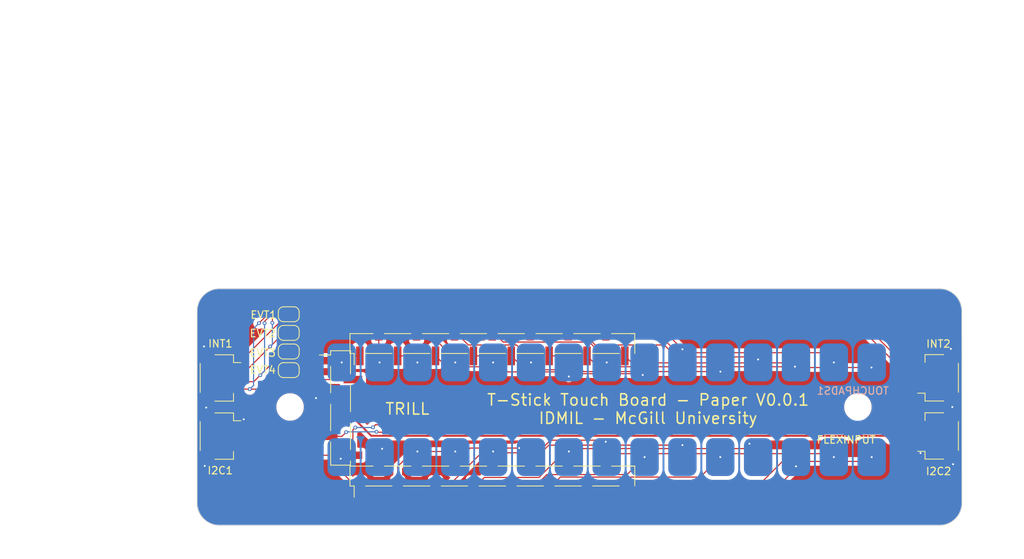
<source format=kicad_pcb>
(kicad_pcb (version 20221018) (generator pcbnew)
  (layers (0 "F.Cu" signal) (31 "B.Cu" signal) (34 "B.Paste" user) (35 "F.Paste" user) (36 "B.SilkS" user "B.Silkscreen") (37 "F.SilkS" user "F.Silkscreen") (38 "B.Mask" user) (39 "F.Mask" user) (44 "Edge.Cuts" user))
  (net 0 "")
  (net 1 "/TOUCH0")
  (net 2 "/TOUCH1")
  (net 3 "/TOUCH2")
  (net 4 "/TOUCH3")
  (net 5 "/TOUCH4")
  (net 6 "/TOUCH5")
  (net 7 "/TOUCH6")
  (net 8 "/TOUCH7")
  (net 9 "/TOUCH8")
  (net 10 "/TOUCH9")
  (net 11 "/TOUCH10")
  (net 12 "/TOUCH11")
  (net 13 "/TOUCH12")
  (net 14 "/TOUCH13")
  (net 15 "/TOUCH14")
  (net 16 "/TOUCH15")
  (net 17 "/TOUCH16")
  (net 18 "/TOUCH17")
  (net 19 "/TOUCH18")
  (net 20 "/TOUCH19")
  (net 21 "/TOUCH20")
  (net 22 "/TOUCH21")
  (net 23 "/TOUCH22")
  (net 24 "/TOUCH23")
  (net 25 "/TOUCH24")
  (net 26 "/TOUCH25")
  (net 27 "/TOUCH26")
  (net 28 "/TOUCH27")
  (net 29 "/TOUCH28")
  (net 30 "/TOUCH29")
  (net 31 "/TRILL_EVT")
  (net 32 "/EVT1")
  (net 33 "/EVT2")
  (net 34 "/EVT3")
  (net 35 "/EVT4")
  (net 36 "GND")
  (net 37 "+3V3")
  (net 38 "/SDA")
  (net 39 "/SCL")
  (footprint "Jumper:SolderJumper-2_P1.3mm_Open_RoundedPad1.0x1.5mm" (layer "F.Cu") (at 117.975 80.8 180)
    (fp_text reference "JP1" hide)
    (fp_text value "SolderJumper_2_Open" hide)
    (fp_line (start -1.4 0.3) (end -1.4 -0.3) (stroke (width 0.12)) (layer "F.SilkS"))
    (fp_line (start -0.7 -1) (end 0.7 -1) (stroke (width 0.12)) (layer "F.SilkS"))
    (fp_line (start 0.7 1) (end -0.7 1) (stroke (width 0.12)) (layer "F.SilkS"))
    (fp_line (start 1.4 -0.3) (end 1.4 0.3) (stroke (width 0.12)) (layer "F.SilkS"))
    (fp_arc (start -1.4 -0.3) (mid -1.194975 -0.794975) (end -0.7 -1) (stroke (width 0.12)) (layer "F.SilkS"))
    (fp_arc (start -0.7 1) (mid -1.194975 0.794975) (end -1.4 0.3) (stroke (width 0.12)) (layer "F.SilkS"))
    (fp_arc (start 0.7 -1) (mid 1.194975 -0.794975) (end 1.4 -0.3) (stroke (width 0.12)) (layer "F.SilkS"))
    (fp_arc (start 1.4 0.3) (mid 1.194975 0.794975) (end 0.7 1) (stroke (width 0.12)) (layer "F.SilkS"))
    (pad "1" smd custom (at -0.65 0 180) (size 1 0.5) (layers "F.Cu" "F.Mask") (net 31 "/TRILL_EVT") (options (clearance outline) (anchor rect)) (primitives (gr_circle (center 0 0.25) (end 0.5 0.25) (width 0) (fill yes)) (gr_circle (center 0 -0.25) (end 0.5 -0.25) (width 0) (fill yes)) (gr_poly (pts (xy 0.5 0.75) (xy 0 0.75) (xy 0 -0.75) (xy 0.5 -0.75)) (width 0) (fill yes))))
    (pad "2" smd custom (at 0.65 0 180) (size 1 0.5) (layers "F.Cu" "F.Mask") (net 32 "/EVT1") (options (clearance outline) (anchor rect)) (primitives (gr_circle (center 0 0.25) (end 0.5 0.25) (width 0) (fill yes)) (gr_circle (center 0 -0.25) (end 0.5 -0.25) (width 0) (fill yes)) (gr_poly (pts (xy 0 0.75) (xy -0.5 0.75) (xy -0.5 -0.75) (xy 0 -0.75)) (width 0) (fill yes))))
  )
  (footprint "Jumper:SolderJumper-2_P1.3mm_Open_RoundedPad1.0x1.5mm" (layer "F.Cu") (at 117.975 83.3 180)
    (fp_text reference "JP2" hide)
    (fp_text value "SolderJumper_2_Open" hide)
    (fp_line (start -1.4 0.3) (end -1.4 -0.3) (stroke (width 0.12)) (layer "F.SilkS"))
    (fp_line (start -0.7 -1) (end 0.7 -1) (stroke (width 0.12)) (layer "F.SilkS"))
    (fp_line (start 0.7 1) (end -0.7 1) (stroke (width 0.12)) (layer "F.SilkS"))
    (fp_line (start 1.4 -0.3) (end 1.4 0.3) (stroke (width 0.12)) (layer "F.SilkS"))
    (fp_arc (start -1.4 -0.3) (mid -1.194975 -0.794975) (end -0.7 -1) (stroke (width 0.12)) (layer "F.SilkS"))
    (fp_arc (start -0.7 1) (mid -1.194975 0.794975) (end -1.4 0.3) (stroke (width 0.12)) (layer "F.SilkS"))
    (fp_arc (start 0.7 -1) (mid 1.194975 -0.794975) (end 1.4 -0.3) (stroke (width 0.12)) (layer "F.SilkS"))
    (fp_arc (start 1.4 0.3) (mid 1.194975 0.794975) (end 0.7 1) (stroke (width 0.12)) (layer "F.SilkS"))
    (pad "1" smd custom (at -0.65 0 180) (size 1 0.5) (layers "F.Cu" "F.Mask") (net 31 "/TRILL_EVT") (options (clearance outline) (anchor rect)) (primitives (gr_circle (center 0 0.25) (end 0.5 0.25) (width 0) (fill yes)) (gr_circle (center 0 -0.25) (end 0.5 -0.25) (width 0) (fill yes)) (gr_poly (pts (xy 0.5 0.75) (xy 0 0.75) (xy 0 -0.75) (xy 0.5 -0.75)) (width 0) (fill yes))))
    (pad "2" smd custom (at 0.65 0 180) (size 1 0.5) (layers "F.Cu" "F.Mask") (net 33 "/EVT2") (options (clearance outline) (anchor rect)) (primitives (gr_circle (center 0 0.25) (end 0.5 0.25) (width 0) (fill yes)) (gr_circle (center 0 -0.25) (end 0.5 -0.25) (width 0) (fill yes)) (gr_poly (pts (xy 0 0.75) (xy -0.5 0.75) (xy -0.5 -0.75) (xy 0 -0.75)) (width 0) (fill yes))))
  )
  (footprint "Connector_PinHeader_2.54mm:PinHeader_1x06_P2.54mm_Vertical_SMD_Pin1Left" (layer "F.Cu") (at 124.925 93.375)
    (fp_text reference "TRILL1" hide)
    (fp_text value "Conn_01x06" hide)
    (fp_line (start -1.33 -7.68) (end -1.33 -7.11) (stroke (width 0.12)) (layer "F.SilkS"))
    (fp_line (start -1.33 -7.68) (end 1.33 -7.68) (stroke (width 0.12)) (layer "F.SilkS"))
    (fp_line (start -1.33 -7.11) (end -2.85 -7.11) (stroke (width 0.12)) (layer "F.SilkS"))
    (fp_line (start -1.33 -5.59) (end -1.33 -2.03) (stroke (width 0.12)) (layer "F.SilkS"))
    (fp_line (start -1.33 -0.51) (end -1.33 3.05) (stroke (width 0.12)) (layer "F.SilkS"))
    (fp_line (start -1.33 4.57) (end -1.33 7.68) (stroke (width 0.12)) (layer "F.SilkS"))
    (fp_line (start -1.33 7.68) (end 1.33 7.68) (stroke (width 0.12)) (layer "F.SilkS"))
    (fp_line (start 1.33 -7.68) (end 1.33 -4.57) (stroke (width 0.12)) (layer "F.SilkS"))
    (fp_line (start 1.33 -3.05) (end 1.33 0.51) (stroke (width 0.12)) (layer "F.SilkS"))
    (fp_line (start 1.33 2.03) (end 1.33 5.59) (stroke (width 0.12)) (layer "F.SilkS"))
    (fp_line (start 1.33 7.11) (end 1.33 7.68) (stroke (width 0.12)) (layer "F.SilkS"))
    (pad "1" smd rect (at -1.655 -6.35) (size 2.51 1) (layers "F.Cu" "F.Paste" "F.Mask"))
    (pad "2" smd rect (at 1.655 -3.81) (size 2.51 1) (layers "F.Cu" "F.Paste" "F.Mask") (net 31 "/TRILL_EVT"))
    (pad "3" smd rect (at -1.655 -1.27) (size 2.51 1) (layers "F.Cu" "F.Paste" "F.Mask") (net 36 "GND"))
    (pad "4" smd rect (at 1.655 1.27) (size 2.51 1) (layers "F.Cu" "F.Paste" "F.Mask") (net 37 "+3V3"))
    (pad "5" smd rect (at -1.655 3.81) (size 2.51 1) (layers "F.Cu" "F.Paste" "F.Mask") (net 38 "/SDA"))
    (pad "6" smd rect (at 1.655 6.35) (size 2.51 1) (layers "F.Cu" "F.Paste" "F.Mask") (net 39 "/SCL"))
  )
  (footprint "Connector_JST:JST_SH_SM04B-SRSS-TB_1x04-1MP_P1.00mm_Horizontal" (layer "F.Cu") (at 205.1446 89.3326 90)
    (fp_text reference "INT2" (at 4.5576 0.0054 180) (layer "F.SilkS"))
    (fp_text value "Conn_01x04")
    (fp_line (start -3.11 -1.785) (end -2.06 -1.785) (stroke (width 0.12)) (layer "F.SilkS"))
    (fp_line (start -3.11 0.715) (end -3.11 -1.785) (stroke (width 0.12)) (layer "F.SilkS"))
    (fp_line (start -2.06 -1.785) (end -2.06 -2.775) (stroke (width 0.12)) (layer "F.SilkS"))
    (fp_line (start -1.94 2.685) (end 1.94 2.685) (stroke (width 0.12)) (layer "F.SilkS"))
    (fp_line (start 3.11 -1.785) (end 2.06 -1.785) (stroke (width 0.12)) (layer "F.SilkS"))
    (fp_line (start 3.11 0.715) (end 3.11 -1.785) (stroke (width 0.12)) (layer "F.SilkS"))
    (pad "1" smd roundrect (at -1.5 -2 90) (size 0.6 1.55) (layers "F.Cu" "F.Paste" "F.Mask") (net 32 "/EVT1"))
    (pad "2" smd roundrect (at -0.5 -2 90) (size 0.6 1.55) (layers "F.Cu" "F.Paste" "F.Mask") (net 33 "/EVT2"))
    (pad "3" smd roundrect (at 0.5 -2 90) (size 0.6 1.55) (layers "F.Cu" "F.Paste" "F.Mask") (net 34 "/EVT3"))
    (pad "4" smd roundrect (at 1.5 -2 90) (size 0.6 1.55) (layers "F.Cu" "F.Paste" "F.Mask") (net 35 "/EVT4"))
    (pad "MP" smd roundrect (at -2.8 1.875 90) (size 1.2 1.8) (layers "F.Cu" "F.Paste" "F.Mask") (roundrect_rratio 0.2083333333) (net 36 "GND"))
    (pad "MP" smd roundrect (at 2.8 1.875 90) (size 1.2 1.8) (layers "F.Cu" "F.Paste" "F.Mask") (roundrect_rratio 0.2083333333) (net 36 "GND"))
  )
  (footprint "Connector_JST:JST_SH_SM04B-SRSS-TB_1x04-1MP_P1.00mm_Horizontal" (layer "F.Cu") (at 108.775 89.35 -90)
    (fp_text reference "INT1" (at -4.6 -0.025) (layer "F.SilkS"))
    (fp_text value "Conn_01x04")
    (fp_line (start -3.11 -1.785) (end -2.06 -1.785) (stroke (width 0.12)) (layer "F.SilkS"))
    (fp_line (start -3.11 0.715) (end -3.11 -1.785) (stroke (width 0.12)) (layer "F.SilkS"))
    (fp_line (start -2.06 -1.785) (end -2.06 -2.775) (stroke (width 0.12)) (layer "F.SilkS"))
    (fp_line (start -1.94 2.685) (end 1.94 2.685) (stroke (width 0.12)) (layer "F.SilkS"))
    (fp_line (start 3.11 -1.785) (end 2.06 -1.785) (stroke (width 0.12)) (layer "F.SilkS"))
    (fp_line (start 3.11 0.715) (end 3.11 -1.785) (stroke (width 0.12)) (layer "F.SilkS"))
    (pad "1" smd roundrect (at -1.5 -2 270) (size 0.6 1.55) (layers "F.Cu" "F.Paste" "F.Mask") (net 32 "/EVT1"))
    (pad "2" smd roundrect (at -0.5 -2 270) (size 0.6 1.55) (layers "F.Cu" "F.Paste" "F.Mask") (net 33 "/EVT2"))
    (pad "3" smd roundrect (at 0.5 -2 270) (size 0.6 1.55) (layers "F.Cu" "F.Paste" "F.Mask") (net 34 "/EVT3"))
    (pad "4" smd roundrect (at 1.5 -2 270) (size 0.6 1.55) (layers "F.Cu" "F.Paste" "F.Mask") (net 35 "/EVT4"))
    (pad "MP" smd roundrect (at -2.8 1.875 270) (size 1.2 1.8) (layers "F.Cu" "F.Paste" "F.Mask") (roundrect_rratio 0.2083333333) (net 36 "GND"))
    (pad "MP" smd roundrect (at 2.8 1.875 270) (size 1.2 1.8) (layers "F.Cu" "F.Paste" "F.Mask") (roundrect_rratio 0.2083333333) (net 36 "GND"))
  )
  (footprint "MountingHole:MountingHole_3.2mm_M3_DIN965" (layer "F.Cu") (at 118.15 93.2446)
    (fp_text reference "H1" hide)
    (fp_text value "MountingHole")
    (pad "" np_thru_hole circle (at 0 0) (size 3.2 3.2) (drill 3.2) (layers "*.Cu" "*.Mask"))
  )
  (footprint "Connector_PinHeader_2.54mm:PinHeader_1x15_P2.54mm_Vertical_SMD_Pin1Left" (layer "F.Cu") (at 145.295 102.51 90)
    (fp_text reference "TOUCH1" hide)
    (fp_text value "Conn_01x15" hide)
    (fp_line (start -1.33 -19.11) (end -1.33 -18.54) (stroke (width 0.12)) (layer "F.SilkS"))
    (fp_line (start -1.33 -19.11) (end 1.33 -19.11) (stroke (width 0.12)) (layer "F.SilkS"))
    (fp_line (start -1.33 -18.54) (end -2.85 -18.54) (stroke (width 0.12)) (layer "F.SilkS"))
    (fp_line (start -1.33 -17.02) (end -1.33 -13.46) (stroke (width 0.12)) (layer "F.SilkS"))
    (fp_line (start -1.33 -11.94) (end -1.33 -8.38) (stroke (width 0.12)) (layer "F.SilkS"))
    (fp_line (start -1.33 -6.86) (end -1.33 -3.3) (stroke (width 0.12)) (layer "F.SilkS"))
    (fp_line (start -1.33 -1.78) (end -1.33 1.78) (stroke (width 0.12)) (layer "F.SilkS"))
    (fp_line (start -1.33 3.3) (end -1.33 6.86) (stroke (width 0.12)) (layer "F.SilkS"))
    (fp_line (start -1.33 8.38) (end -1.33 11.94) (stroke (width 0.12)) (layer "F.SilkS"))
    (fp_line (start -1.33 13.46) (end -1.33 17.02) (stroke (width 0.12)) (layer "F.SilkS"))
    (fp_line (start -1.33 19.11) (end 1.33 19.11) (stroke (width 0.12)) (layer "F.SilkS"))
    (fp_line (start 1.33 -19.11) (end 1.33 -16) (stroke (width 0.12)) (layer "F.SilkS"))
    (fp_line (start 1.33 -14.48) (end 1.33 -10.92) (stroke (width 0.12)) (layer "F.SilkS"))
    (fp_line (start 1.33 -9.4) (end 1.33 -5.84) (stroke (width 0.12)) (layer "F.SilkS"))
    (fp_line (start 1.33 -4.32) (end 1.33 -0.76) (stroke (width 0.12)) (layer "F.SilkS"))
    (fp_line (start 1.33 0.76) (end 1.33 4.32) (stroke (width 0.12)) (layer "F.SilkS"))
    (fp_line (start 1.33 5.84) (end 1.33 9.4) (stroke (width 0.12)) (layer "F.SilkS"))
    (fp_line (start 1.33 10.92) (end 1.33 14.48) (stroke (width 0.12)) (layer "F.SilkS"))
    (fp_line (start 1.33 16) (end 1.33 19.11) (stroke (width 0.12)) (layer "F.SilkS"))
    (fp_line (start 1.33 18.54) (end 1.33 19.11) (stroke (width 0.12)) (layer "F.SilkS"))
    (pad "1" smd rect (at -1.655 -17.78 90) (size 2.51 1) (layers "F.Cu" "F.Paste" "F.Mask") (net 1 "/TOUCH0"))
    (pad "2" smd rect (at 1.655 -15.24 90) (size 2.51 1) (layers "F.Cu" "F.Paste" "F.Mask") (net 2 "/TOUCH1"))
    (pad "3" smd rect (at -1.655 -12.7 90) (size 2.51 1) (layers "F.Cu" "F.Paste" "F.Mask") (net 3 "/TOUCH2"))
    (pad "4" smd rect (at 1.655 -10.16 90) (size 2.51 1) (layers "F.Cu" "F.Paste" "F.Mask") (net 4 "/TOUCH3"))
    (pad "5" smd rect (at -1.655 -7.62 90) (size 2.51 1) (layers "F.Cu" "F.Paste" "F.Mask") (net 5 "/TOUCH4"))
    (pad "6" smd rect (at 1.655 -5.08 90) (size 2.51 1) (layers "F.Cu" "F.Paste" "F.Mask") (net 6 "/TOUCH5"))
    (pad "7" smd rect (at -1.655 -2.54 90) (size 2.51 1) (layers "F.Cu" "F.Paste" "F.Mask") (net 7 "/TOUCH6"))
    (pad "8" smd rect (at 1.655 0 90) (size 2.51 1) (layers "F.Cu" "F.Paste" "F.Mask") (net 8 "/TOUCH7"))
    (pad "9" smd rect (at -1.655 2.54 90) (size 2.51 1) (layers "F.Cu" "F.Paste" "F.Mask") (net 9 "/TOUCH8"))
    (pad "10" smd rect (at 1.655 5.08 90) (size 2.51 1) (layers "F.Cu" "F.Paste" "F.Mask") (net 10 "/TOUCH9"))
    (pad "11" smd rect (at -1.655 7.62 90) (size 2.51 1) (layers "F.Cu" "F.Paste" "F.Mask") (net 11 "/TOUCH10"))
    (pad "12" smd rect (at 1.655 10.16 90) (size 2.51 1) (layers "F.Cu" "F.Paste" "F.Mask") (net 12 "/TOUCH11"))
    (pad "13" smd rect (at -1.655 12.7 90) (size 2.51 1) (layers "F.Cu" "F.Paste" "F.Mask") (net 13 "/TOUCH12"))
    (pad "14" smd rect (at 1.655 15.24 90) (size 2.51 1) (layers "F.Cu" "F.Paste" "F.Mask") (net 14 "/TOUCH13"))
    (pad "15" smd rect (at -1.655 17.78 90) (size 2.51 1) (layers "F.Cu" "F.Paste" "F.Mask") (net 15 "/TOUCH14"))
  )
  (footprint "Jumper:SolderJumper-2_P1.3mm_Open_RoundedPad1.0x1.5mm" (layer "F.Cu") (at 117.975 85.8 180)
    (fp_text reference "JP3" hide)
    (fp_text value "SolderJumper_2_Open" hide)
    (fp_line (start -1.4 0.3) (end -1.4 -0.3) (stroke (width 0.12)) (layer "F.SilkS"))
    (fp_line (start -0.7 -1) (end 0.7 -1) (stroke (width 0.12)) (layer "F.SilkS"))
    (fp_line (start 0.7 1) (end -0.7 1) (stroke (width 0.12)) (layer "F.SilkS"))
    (fp_line (start 1.4 -0.3) (end 1.4 0.3) (stroke (width 0.12)) (layer "F.SilkS"))
    (fp_arc (start -1.4 -0.3) (mid -1.194975 -0.794975) (end -0.7 -1) (stroke (width 0.12)) (layer "F.SilkS"))
    (fp_arc (start -0.7 1) (mid -1.194975 0.794975) (end -1.4 0.3) (stroke (width 0.12)) (layer "F.SilkS"))
    (fp_arc (start 0.7 -1) (mid 1.194975 -0.794975) (end 1.4 -0.3) (stroke (width 0.12)) (layer "F.SilkS"))
    (fp_arc (start 1.4 0.3) (mid 1.194975 0.794975) (end 0.7 1) (stroke (width 0.12)) (layer "F.SilkS"))
    (pad "1" smd custom (at -0.65 0 180) (size 1 0.5) (layers "F.Cu" "F.Mask") (net 31 "/TRILL_EVT") (options (clearance outline) (anchor rect)) (primitives (gr_circle (center 0 0.25) (end 0.5 0.25) (width 0) (fill yes)) (gr_circle (center 0 -0.25) (end 0.5 -0.25) (width 0) (fill yes)) (gr_poly (pts (xy 0.5 0.75) (xy 0 0.75) (xy 0 -0.75) (xy 0.5 -0.75)) (width 0) (fill yes))))
    (pad "2" smd custom (at 0.65 0 180) (size 1 0.5) (layers "F.Cu" "F.Mask") (net 34 "/EVT3") (options (clearance outline) (anchor rect)) (primitives (gr_circle (center 0 0.25) (end 0.5 0.25) (width 0) (fill yes)) (gr_circle (center 0 -0.25) (end 0.5 -0.25) (width 0) (fill yes)) (gr_poly (pts (xy 0 0.75) (xy -0.5 0.75) (xy -0.5 -0.75) (xy 0 -0.75)) (width 0) (fill yes))))
  )
  (footprint "Jumper:SolderJumper-2_P1.3mm_Open_RoundedPad1.0x1.5mm" (layer "F.Cu") (at 117.975 88.3 180)
    (fp_text reference "JP4" hide)
    (fp_text value "SolderJumper_2_Open" hide)
    (fp_line (start -1.4 0.3) (end -1.4 -0.3) (stroke (width 0.12)) (layer "F.SilkS"))
    (fp_line (start -0.7 -1) (end 0.7 -1) (stroke (width 0.12)) (layer "F.SilkS"))
    (fp_line (start 0.7 1) (end -0.7 1) (stroke (width 0.12)) (layer "F.SilkS"))
    (fp_line (start 1.4 -0.3) (end 1.4 0.3) (stroke (width 0.12)) (layer "F.SilkS"))
    (fp_arc (start -1.4 -0.3) (mid -1.194975 -0.794975) (end -0.7 -1) (stroke (width 0.12)) (layer "F.SilkS"))
    (fp_arc (start -0.7 1) (mid -1.194975 0.794975) (end -1.4 0.3) (stroke (width 0.12)) (layer "F.SilkS"))
    (fp_arc (start 0.7 -1) (mid 1.194975 -0.794975) (end 1.4 -0.3) (stroke (width 0.12)) (layer "F.SilkS"))
    (fp_arc (start 1.4 0.3) (mid 1.194975 0.794975) (end 0.7 1) (stroke (width 0.12)) (layer "F.SilkS"))
    (pad "1" smd custom (at -0.65 0 180) (size 1 0.5) (layers "F.Cu" "F.Mask") (net 31 "/TRILL_EVT") (options (clearance outline) (anchor rect)) (primitives (gr_circle (center 0 0.25) (end 0.5 0.25) (width 0) (fill yes)) (gr_circle (center 0 -0.25) (end 0.5 -0.25) (width 0) (fill yes)) (gr_poly (pts (xy 0.5 0.75) (xy 0 0.75) (xy 0 -0.75) (xy 0.5 -0.75)) (width 0) (fill yes))))
    (pad "2" smd custom (at 0.65 0 180) (size 1 0.5) (layers "F.Cu" "F.Mask") (net 35 "/EVT4") (options (clearance outline) (anchor rect)) (primitives (gr_circle (center 0 0.25) (end 0.5 0.25) (width 0) (fill yes)) (gr_circle (center 0 -0.25) (end 0.5 -0.25) (width 0) (fill yes)) (gr_poly (pts (xy 0 0.75) (xy -0.5 0.75) (xy -0.5 -0.75) (xy 0 -0.75)) (width 0) (fill yes))))
  )
  (footprint "MountingHole:MountingHole_3.2mm_M3_DIN965" (layer "F.Cu") (at 194.35 93.2446)
    (fp_text reference "H2" hide)
    (fp_text value "MountingHole" hide)
    (pad "" np_thru_hole circle (at 0 0) (size 3.2 3.2) (drill 3.2) (layers "*.Cu" "*.Mask"))
  )
  (footprint "Connector_JST:JST_SH_SM04B-SRSS-TB_1x04-1MP_P1.00mm_Horizontal" (layer "F.Cu") (at 205.1446 97.1326 90)
    (fp_text reference "I2C2" (at -4.7424 0.0304 180) (layer "F.SilkS"))
    (fp_text value "Conn_01x04")
    (fp_line (start -3.11 -1.785) (end -2.06 -1.785) (stroke (width 0.12)) (layer "F.SilkS"))
    (fp_line (start -3.11 0.715) (end -3.11 -1.785) (stroke (width 0.12)) (layer "F.SilkS"))
    (fp_line (start -2.06 -1.785) (end -2.06 -2.775) (stroke (width 0.12)) (layer "F.SilkS"))
    (fp_line (start -1.94 2.685) (end 1.94 2.685) (stroke (width 0.12)) (layer "F.SilkS"))
    (fp_line (start 3.11 -1.785) (end 2.06 -1.785) (stroke (width 0.12)) (layer "F.SilkS"))
    (fp_line (start 3.11 0.715) (end 3.11 -1.785) (stroke (width 0.12)) (layer "F.SilkS"))
    (pad "1" smd roundrect (at -1.5 -2 90) (size 0.6 1.55) (layers "F.Cu" "F.Paste" "F.Mask") (net 36 "GND"))
    (pad "2" smd roundrect (at -0.5 -2 90) (size 0.6 1.55) (layers "F.Cu" "F.Paste" "F.Mask") (net 37 "+3V3"))
    (pad "3" smd roundrect (at 0.5 -2 90) (size 0.6 1.55) (layers "F.Cu" "F.Paste" "F.Mask") (net 38 "/SDA"))
    (pad "4" smd roundrect (at 1.5 -2 90) (size 0.6 1.55) (layers "F.Cu" "F.Paste" "F.Mask") (net 39 "/SCL"))
    (pad "MP" smd roundrect (at -2.8 1.875 90) (size 1.2 1.8) (layers "F.Cu" "F.Paste" "F.Mask") (roundrect_rratio 0.2083333333) (net 36 "GND"))
    (pad "MP" smd roundrect (at 2.8 1.875 90) (size 1.2 1.8) (layers "F.Cu" "F.Paste" "F.Mask") (roundrect_rratio 0.2083333333) (net 36 "GND"))
  )
  (footprint "Connector_JST:JST_SH_SM04B-SRSS-TB_1x04-1MP_P1.00mm_Horizontal" (layer "F.Cu") (at 108.775 97.15 -90)
    (fp_text reference "I2C1" (at 4.625 0) (layer "F.SilkS"))
    (fp_text value "Conn_01x04")
    (fp_line (start -3.11 -1.785) (end -2.06 -1.785) (stroke (width 0.12)) (layer "F.SilkS"))
    (fp_line (start -3.11 0.715) (end -3.11 -1.785) (stroke (width 0.12)) (layer "F.SilkS"))
    (fp_line (start -2.06 -1.785) (end -2.06 -2.775) (stroke (width 0.12)) (layer "F.SilkS"))
    (fp_line (start -1.94 2.685) (end 1.94 2.685) (stroke (width 0.12)) (layer "F.SilkS"))
    (fp_line (start 3.11 -1.785) (end 2.06 -1.785) (stroke (width 0.12)) (layer "F.SilkS"))
    (fp_line (start 3.11 0.715) (end 3.11 -1.785) (stroke (width 0.12)) (layer "F.SilkS"))
    (pad "1" smd roundrect (at -1.5 -2 270) (size 0.6 1.55) (layers "F.Cu" "F.Paste" "F.Mask") (net 36 "GND"))
    (pad "2" smd roundrect (at -0.5 -2 270) (size 0.6 1.55) (layers "F.Cu" "F.Paste" "F.Mask") (net 37 "+3V3"))
    (pad "3" smd roundrect (at 0.5 -2 270) (size 0.6 1.55) (layers "F.Cu" "F.Paste" "F.Mask") (net 38 "/SDA"))
    (pad "4" smd roundrect (at 1.5 -2 270) (size 0.6 1.55) (layers "F.Cu" "F.Paste" "F.Mask") (net 39 "/SCL"))
    (pad "MP" smd roundrect (at -2.8 1.875 270) (size 1.2 1.8) (layers "F.Cu" "F.Paste" "F.Mask") (roundrect_rratio 0.2083333333) (net 36 "GND"))
    (pad "MP" smd roundrect (at 2.8 1.875 270) (size 1.2 1.8) (layers "F.Cu" "F.Paste" "F.Mask") (roundrect_rratio 0.2083333333) (net 36 "GND"))
  )
  (footprint "Connector_PinHeader_2.54mm:PinHeader_1x15_P2.54mm_Vertical_SMD_Pin1Left" (layer "F.Cu") (at 145.295 84.73 90)
    (fp_text reference "TOUCH2" hide)
    (fp_text value "Conn_01x15")
    (fp_line (start -1.33 -19.11) (end -1.33 -18.54) (stroke (width 0.12)) (layer "F.SilkS"))
    (fp_line (start -1.33 -19.11) (end 1.33 -19.11) (stroke (width 0.12)) (layer "F.SilkS"))
    (fp_line (start -1.33 -18.54) (end -2.85 -18.54) (stroke (width 0.12)) (layer "F.SilkS"))
    (fp_line (start -1.33 -17.02) (end -1.33 -13.46) (stroke (width 0.12)) (layer "F.SilkS"))
    (fp_line (start -1.33 -11.94) (end -1.33 -8.38) (stroke (width 0.12)) (layer "F.SilkS"))
    (fp_line (start -1.33 -6.86) (end -1.33 -3.3) (stroke (width 0.12)) (layer "F.SilkS"))
    (fp_line (start -1.33 -1.78) (end -1.33 1.78) (stroke (width 0.12)) (layer "F.SilkS"))
    (fp_line (start -1.33 3.3) (end -1.33 6.86) (stroke (width 0.12)) (layer "F.SilkS"))
    (fp_line (start -1.33 8.38) (end -1.33 11.94) (stroke (width 0.12)) (layer "F.SilkS"))
    (fp_line (start -1.33 13.46) (end -1.33 17.02) (stroke (width 0.12)) (layer "F.SilkS"))
    (fp_line (start -1.33 19.11) (end 1.33 19.11) (stroke (width 0.12)) (layer "F.SilkS"))
    (fp_line (start 1.33 -19.11) (end 1.33 -16) (stroke (width 0.12)) (layer "F.SilkS"))
    (fp_line (start 1.33 -14.48) (end 1.33 -10.92) (stroke (width 0.12)) (layer "F.SilkS"))
    (fp_line (start 1.33 -9.4) (end 1.33 -5.84) (stroke (width 0.12)) (layer "F.SilkS"))
    (fp_line (start 1.33 -4.32) (end 1.33 -0.76) (stroke (width 0.12)) (layer "F.SilkS"))
    (fp_line (start 1.33 0.76) (end 1.33 4.32) (stroke (width 0.12)) (layer "F.SilkS"))
    (fp_line (start 1.33 5.84) (end 1.33 9.4) (stroke (width 0.12)) (layer "F.SilkS"))
    (fp_line (start 1.33 10.92) (end 1.33 14.48) (stroke (width 0.12)) (layer "F.SilkS"))
    (fp_line (start 1.33 16) (end 1.33 19.11) (stroke (width 0.12)) (layer "F.SilkS"))
    (fp_line (start 1.33 18.54) (end 1.33 19.11) (stroke (width 0.12)) (layer "F.SilkS"))
    (pad "1" smd rect (at -1.655 -17.78 90) (size 2.51 1) (layers "F.Cu" "F.Paste" "F.Mask") (net 30 "/TOUCH29"))
    (pad "2" smd rect (at 1.655 -15.24 90) (size 2.51 1) (layers "F.Cu" "F.Paste" "F.Mask") (net 29 "/TOUCH28"))
    (pad "3" smd rect (at -1.655 -12.7 90) (size 2.51 1) (layers "F.Cu" "F.Paste" "F.Mask") (net 28 "/TOUCH27"))
    (pad "4" smd rect (at 1.655 -10.16 90) (size 2.51 1) (layers "F.Cu" "F.Paste" "F.Mask") (net 27 "/TOUCH26"))
    (pad "5" smd rect (at -1.655 -7.62 90) (size 2.51 1) (layers "F.Cu" "F.Paste" "F.Mask") (net 26 "/TOUCH25"))
    (pad "6" smd rect (at 1.655 -5.08 90) (size 2.51 1) (layers "F.Cu" "F.Paste" "F.Mask") (net 25 "/TOUCH24"))
    (pad "7" smd rect (at -1.655 -2.54 90) (size 2.51 1) (layers "F.Cu" "F.Paste" "F.Mask") (net 24 "/TOUCH23"))
    (pad "8" smd rect (at 1.655 0 90) (size 2.51 1) (layers "F.Cu" "F.Paste" "F.Mask") (net 23 "/TOUCH22"))
    (pad "9" smd rect (at -1.655 2.54 90) (size 2.51 1) (layers "F.Cu" "F.Paste" "F.Mask") (net 22 "/TOUCH21"))
    (pad "10" smd rect (at 1.655 5.08 90) (size 2.51 1) (layers "F.Cu" "F.Paste" "F.Mask") (net 21 "/TOUCH20"))
    (pad "11" smd rect (at -1.655 7.62 90) (size 2.51 1) (layers "F.Cu" "F.Paste" "F.Mask") (net 20 "/TOUCH19"))
    (pad "12" smd rect (at 1.655 10.16 90) (size 2.51 1) (layers "F.Cu" "F.Paste" "F.Mask") (net 19 "/TOUCH18"))
    (pad "13" smd rect (at -1.655 12.7 90) (size 2.51 1) (layers "F.Cu" "F.Paste" "F.Mask") (net 18 "/TOUCH17"))
    (pad "14" smd rect (at 1.655 15.24 90) (size 2.51 1) (layers "F.Cu" "F.Paste" "F.Mask") (net 17 "/TOUCH16"))
    (pad "15" smd rect (at -1.655 17.78 90) (size 2.51 1) (layers "F.Cu" "F.Paste" "F.Mask") (net 16 "/TOUCH15"))
  )
  (footprint "touch-sensors:TOUCHSENSORPAD" (layer "B.Cu") (at 160.64 93.62 180)
    (fp_text reference "TOUCHPADS1" (at -33.02 2.54 unlocked) (layer "B.SilkS") (effects (justify mirror)))
    (fp_text value "Conn_01x30" hide)
    (pad "1" smd roundrect (at 35.56 -6.35) (size 3.81 5.08) (layers "B.Cu" "B.Paste" "B.Mask") (net 1 "/TOUCH0"))
    (pad "2" smd roundrect (at 30.48 -6.35) (size 3.81 5.08) (layers "B.Cu" "B.Paste" "B.Mask") (net 2 "/TOUCH1"))
    (pad "3" smd roundrect (at 25.4 -6.35) (size 3.81 5.08) (layers "B.Cu" "B.Paste" "B.Mask") (net 3 "/TOUCH2"))
    (pad "4" smd roundrect (at 20.32 -6.35) (size 3.81 5.08) (layers "B.Cu" "B.Paste" "B.Mask") (net 4 "/TOUCH3"))
    (pad "5" smd roundrect (at 15.24 -6.35) (size 3.81 5.08) (layers "B.Cu" "B.Paste" "B.Mask") (net 5 "/TOUCH4"))
    (pad "6" smd roundrect (at 10.16 -6.35) (size 3.81 5.08) (layers "B.Cu" "B.Paste" "B.Mask") (net 6 "/TOUCH5"))
    (pad "7" smd roundrect (at 5.08 -6.35) (size 3.81 5.08) (layers "B.Cu" "B.Paste" "B.Mask") (net 7 "/TOUCH6"))
    (pad "8" smd roundrect (at 0 -6.35) (size 3.81 5.08) (layers "B.Cu" "B.Paste" "B.Mask") (net 8 "/TOUCH7"))
    (pad "9" smd roundrect (at -5.08 -6.35) (size 3.81 5.08) (layers "B.Cu" "B.Paste" "B.Mask") (net 9 "/TOUCH8"))
    (pad "10" smd roundrect (at -10.16 -6.35) (size 3.81 5.08) (layers "B.Cu" "B.Paste" "B.Mask") (net 10 "/TOUCH9"))
    (pad "11" smd roundrect (at -15.24 -6.35) (size 3.81 5.08) (layers "B.Cu" "B.Paste" "B.Mask") (net 11 "/TOUCH10"))
    (pad "12" smd roundrect (at -20.32 -6.35) (size 3.81 5.08) (layers "B.Cu" "B.Paste" "B.Mask") (net 12 "/TOUCH11"))
    (pad "13" smd roundrect (at -25.4 -6.35) (size 3.81 5.08) (layers "B.Cu" "B.Paste" "B.Mask") (net 13 "/TOUCH12"))
    (pad "14" smd roundrect (at -30.48 -6.35) (size 3.81 5.08) (layers "B.Cu" "B.Paste" "B.Mask") (net 14 "/TOUCH13"))
    (pad "15" smd roundrect (at -35.56 -6.35) (size 3.81 5.08) (layers "B.Cu" "B.Paste" "B.Mask") (net 15 "/TOUCH14"))
    (pad "16" smd roundrect (at 35.56 6.35) (size 3.81 5.08) (layers "B.Cu" "B.Paste" "B.Mask") (net 30 "/TOUCH29"))
    (pad "17" smd roundrect (at 30.48 6.35) (size 3.81 5.08) (layers "B.Cu" "B.Paste" "B.Mask") (net 29 "/TOUCH28"))
    (pad "18" smd roundrect (at 25.4 6.35) (size 3.81 5.08) (layers "B.Cu" "B.Paste" "B.Mask") (net 28 "/TOUCH27"))
    (pad "19" smd roundrect (at 20.32 6.35) (size 3.81 5.08) (layers "B.Cu" "B.Paste" "B.Mask") (net 27 "/TOUCH26"))
    (pad "20" smd roundrect (at 15.24 6.35) (size 3.81 5.08) (layers "B.Cu" "B.Paste" "B.Mask") (net 26 "/TOUCH25"))
    (pad "21" smd roundrect (at 10.16 6.35) (size 3.81 5.08) (layers "B.Cu" "B.Paste" "B.Mask") (net 25 "/TOUCH24"))
    (pad "22" smd roundrect (at 5.08 6.35) (size 3.81 5.08) (layers "B.Cu" "B.Paste" "B.Mask") (net 24 "/TOUCH23"))
    (pad "23" smd roundrect (at 0 6.35) (size 3.81 5.08) (layers "B.Cu" "B.Paste" "B.Mask") (net 23 "/TOUCH22"))
    (pad "24" smd roundrect (at -5.08 6.35) (size 3.81 5.08) (layers "B.Cu" "B.Paste" "B.Mask") (net 22 "/TOUCH21"))
    (pad "25" smd roundrect (at -10.16 6.35) (size 3.81 5.08) (layers "B.Cu" "B.Paste" "B.Mask") (net 21 "/TOUCH20"))
    (pad "26" smd roundrect (at -15.24 6.35) (size 3.81 5.08) (layers "B.Cu" "B.Paste" "B.Mask") (net 20 "/TOUCH19"))
    (pad "27" smd roundrect (at -20.32 6.35) (size 3.81 5.08) (layers "B.Cu" "B.Paste" "B.Mask") (net 19 "/TOUCH18"))
    (pad "28" smd roundrect (at -25.4 6.35) (size 3.81 5.08) (layers "B.Cu" "B.Paste" "B.Mask") (net 18 "/TOUCH17"))
    (pad "29" smd roundrect (at -30.48 6.35) (size 3.81 5.08) (layers "B.Cu" "B.Paste" "B.Mask") (net 17 "/TOUCH16"))
    (pad "30" smd roundrect (at -35.56 6.35) (size 3.81 5.08) (layers "B.Cu" "B.Paste" "B.Mask") (net 16 "/TOUCH15"))
  )
  (gr_line (start 105.675 106.1196) (end 105.674999 80.369599) (stroke (width 0.1)) (layer "Edge.Cuts"))
  (gr_line (start 205.290401 77.369599) (end 108.674999 77.369599) (stroke (width 0.1)) (layer "Edge.Cuts"))
  (gr_line (start 208.290401 80.369599) (end 208.3054 106.1196) (stroke (width 0.1)) (layer "Edge.Cuts"))
  (gr_arc (start 105.674999 80.369599) (mid 106.553678 78.248278) (end 108.674999 77.369599) (stroke (width 0.1)) (layer "Edge.Cuts"))
  (gr_line (start 205.3054 109.1196) (end 108.675 109.1196) (stroke (width 0.1)) (layer "Edge.Cuts"))
  (gr_arc (start 208.3054 106.1196) (mid 207.42672 108.24092) (end 205.3054 109.1196) (stroke (width 0.1)) (layer "Edge.Cuts"))
  (gr_arc (start 108.675 109.1196) (mid 106.55368 108.24092) (end 105.675 106.1196) (stroke (width 0.1)) (layer "Edge.Cuts"))
  (gr_arc (start 205.290401 77.369599) (mid 207.411721 78.248279) (end 208.290401 80.369599) (stroke (width 0.1)) (layer "Edge.Cuts"))
  (gr_text "EVT4" (at 112.65 88.85) (layer "F.SilkS") (effects (font (size 1 1)) (justify left bottom)))
  (gr_text "TRILL" (at 133.9 93.5) (layer "F.SilkS") (effects (font (size 1.524 1.524) (thickness 0.2032))))
  (gr_text "EVT2" (at 112.65 83.95) (layer "F.SilkS") (effects (font (size 1 1)) (justify left bottom)))
  (gr_text "FLEXINPUT" (at 192.7728 97.6462) (layer "F.SilkS") (effects (font (size 1 1))))
  (gr_text "EVT3" (at 112.65 86.575) (layer "F.SilkS") (effects (font (size 1 1)) (justify left bottom)))
  (gr_text "T-Stick Touch Board - Paper V0.0.1\nIDMIL - McGill University" (at 166.1922 93.5228) (layer "F.SilkS") (effects (font (size 1.524 1.524) (thickness 0.2032))))
  (gr_text "EVT1" (at 112.75 81.475) (layer "F.SilkS") (effects (font (size 1 1)) (justify left bottom)))
  (segment (start 124.942498 101.867498) (end 124.942498 100.1837) (width 0.1524) (layer "F.Cu") (net 1))
  (segment (start 127.515 104.165) (end 127.24 104.165) (width 0.1524) (layer "F.Cu") (net 1))
  (segment (start 127.24 104.165) (end 124.942498 101.867498) (width 0.1524) (layer "F.Cu") (net 1))
  (via (at 124.942498 100.1837) (size 0.508) (drill 0.254) (layers "F.Cu" "B.Cu") (net 1))
  (segment (start 130.055 100.855) (end 130.055 99.295) (width 0.1524) (layer "F.Cu") (net 2))
  (segment (start 130.055 99.295) (end 130.5 98.85) (width 0.1524) (layer "F.Cu") (net 2))
  (via (at 130.5 98.85) (size 0.508) (drill 0.254) (layers "F.Cu" "B.Cu") (net 2))
  (segment (start 132.595 101.2296) (end 134.607102 99.217498) (width 0.1524) (layer "F.Cu") (net 3))
  (segment (start 134.607102 99.217498) (end 135.24 99.217498) (width 0.1524) (layer "F.Cu") (net 3))
  (segment (start 132.595 104.165) (end 132.595 101.2296) (width 0.1524) (layer "F.Cu") (net 3))
  (via (at 135.24 99.217498) (size 0.508) (drill 0.254) (layers "F.Cu" "B.Cu") (net 3))
  (segment (start 135.135 100.855) (end 136.772502 99.217498) (width 0.1524) (layer "F.Cu") (net 4))
  (segment (start 136.772502 99.217498) (end 140.32 99.217498) (width 0.1524) (layer "F.Cu") (net 4))
  (via (at 140.32 99.217498) (size 0.508) (drill 0.254) (layers "F.Cu" "B.Cu") (net 4))
  (segment (start 139.0704 104.165) (end 144.017902 99.217498) (width 0.1524) (layer "F.Cu") (net 5))
  (segment (start 144.017902 99.217498) (end 145.4 99.217498) (width 0.1524) (layer "F.Cu") (net 5))
  (segment (start 137.675 104.165) (end 139.0704 104.165) (width 0.1524) (layer "F.Cu") (net 5))
  (via (at 145.4 99.217498) (size 0.508) (drill 0.254) (layers "F.Cu" "B.Cu") (net 5))
  (segment (start 140.215 100.855) (end 142.311702 98.758298) (width 0.1524) (layer "F.Cu") (net 6))
  (segment (start 142.311702 98.758298) (end 148.9 98.758298) (width 0.1524) (layer "F.Cu") (net 6))
  (via (at 148.9 98.758298) (size 0.508) (drill 0.254) (layers "F.Cu" "B.Cu") (net 6))
  (segment (start 142.755 104.165) (end 144.2152 102.7048) (width 0.1524) (layer "F.Cu") (net 7))
  (segment (start 144.2152 102.7048) (end 151.5452 102.7048) (width 0.1524) (layer "F.Cu") (net 7))
  (segment (start 155.032502 99.217498) (end 155.56 99.217498) (width 0.1524) (layer "F.Cu") (net 7))
  (segment (start 151.5452 102.7048) (end 155.032502 99.217498) (width 0.1524) (layer "F.Cu") (net 7))
  (via (at 155.56 99.217498) (size 0.508) (drill 0.254) (layers "F.Cu" "B.Cu") (net 7))
  (segment (start 153.1 97.7) (end 160.2551 97.7) (width 0.1524) (layer "F.Cu") (net 8))
  (segment (start 145.295 100.855) (end 146.7552 99.3948) (width 0.1524) (layer "F.Cu") (net 8))
  (segment (start 146.7552 99.3948) (end 151.4052 99.3948) (width 0.1524) (layer "F.Cu") (net 8))
  (segment (start 160.30745 97.7) (end 160.51505 97.9076) (width 0.1524) (layer "F.Cu") (net 8))
  (segment (start 151.4052 99.3948) (end 153.1 97.7) (width 0.1524) (layer "F.Cu") (net 8))
  (via (at 160.51505 97.9076) (size 0.508) (drill 0.254) (layers "F.Cu" "B.Cu") (net 8))
  (segment (start 150.7496 104.165) (end 152.5994 102.3152) (width 0.1524) (layer "F.Cu") (net 9))
  (segment (start 147.835 104.165) (end 150.7496 104.165) (width 0.1524) (layer "F.Cu") (net 9))
  (segment (start 152.5994 102.3152) (end 163.3748 102.3152) (width 0.1524) (layer "F.Cu") (net 9))
  (segment (start 163.3748 102.3152) (end 165.72 99.97) (width 0.1524) (layer "F.Cu") (net 9))
  (via (at 165.72 99.97) (size 0.508) (drill 0.254) (layers "F.Cu" "B.Cu") (net 9))
  (segment (start 150.375 100.855) (end 152.8637 98.3663) (width 0.1524) (layer "F.Cu") (net 10))
  (segment (start 152.8637 98.3663) (end 170.8 98.3663) (width 0.1524) (layer "F.Cu") (net 10))
  (via (at 170.8 98.3663) (size 0.508) (drill 0.254) (layers "F.Cu" "B.Cu") (net 10))
  (segment (start 152.915 104.165) (end 154.43 102.65) (width 0.1524) (layer "F.Cu") (net 11))
  (segment (start 154.43 102.65) (end 173.2 102.65) (width 0.1524) (layer "F.Cu") (net 11))
  (segment (start 173.2 102.65) (end 175.88 99.97) (width 0.1524) (layer "F.Cu") (net 11))
  (via (at 175.88 99.97) (size 0.508) (drill 0.254) (layers "F.Cu" "B.Cu") (net 11))
  (segment (start 155.455 100.855) (end 157.485 98.825) (width 0.1524) (layer "F.Cu") (net 12))
  (segment (start 157.485 98.825) (end 179.15 98.825) (width 0.1524) (layer "F.Cu") (net 12))
  (segment (start 179.15 98.825) (end 179.8 98.175) (width 0.1524) (layer "F.Cu") (net 12))
  (via (at 179.8 98.175) (size 0.508) (drill 0.254) (layers "F.Cu" "B.Cu") (net 12))
  (segment (start 157.995 104.165) (end 159.4552 105.6252) (width 0.1524) (layer "F.Cu") (net 13))
  (segment (start 186.04 101.485) (end 186.04 101.2087) (width 0.1524) (layer "F.Cu") (net 13))
  (segment (start 159.4552 105.6252) (end 181.8998 105.6252) (width 0.1524) (layer "F.Cu") (net 13))
  (segment (start 181.8998 105.6252) (end 186.04 101.485) (width 0.1524) (layer "F.Cu") (net 13))
  (via (at 186.04 101.2087) (size 0.508) (drill 0.254) (layers "F.Cu" "B.Cu") (net 13))
  (segment (start 190.6608 99.5108) (end 191.12 99.97) (width 0.1524) (layer "F.Cu") (net 14))
  (segment (start 160.535 100.855) (end 161.8792 99.5108) (width 0.1524) (layer "F.Cu") (net 14))
  (segment (start 161.8792 99.5108) (end 190.6608 99.5108) (width 0.1524) (layer "F.Cu") (net 14))
  (via (at 191.12 99.97) (size 0.508) (drill 0.254) (layers "F.Cu" "B.Cu") (net 14))
  (segment (start 180.61 104.165) (end 184.225 100.55) (width 0.1524) (layer "F.Cu") (net 15))
  (segment (start 184.225 100.55) (end 195.62 100.55) (width 0.1524) (layer "F.Cu") (net 15))
  (segment (start 163.075 104.165) (end 180.61 104.165) (width 0.1524) (layer "F.Cu") (net 15))
  (segment (start 195.62 100.55) (end 196.2 99.97) (width 0.1524) (layer "F.Cu") (net 15))
  (via (at 196.2 99.97) (size 0.508) (drill 0.254) (layers "F.Cu" "B.Cu") (net 15))
  (segment (start 186.744407 87.325) (end 187.369407 87.95) (width 0.1524) (layer "F.Cu") (net 16))
  (segment (start 164.015 87.325) (end 186.744407 87.325) (width 0.1524) (layer "F.Cu") (net 16))
  (segment (start 187.369407 87.95) (end 196.175 87.95) (width 0.1524) (layer "F.Cu") (net 16))
  (segment (start 163.075 86.385) (end 164.015 87.325) (width 0.1524) (layer "F.Cu") (net 16))
  (via (at 196.175 87.95) (size 0.508) (drill 0.254) (layers "F.Cu" "B.Cu") (net 16))
  (segment (start 167.225 83.075) (end 170.1092 85.9592) (width 0.1524) (layer "F.Cu") (net 17))
  (segment (start 160.535 83.075) (end 167.225 83.075) (width 0.1524) (layer "F.Cu") (net 17))
  (segment (start 189.8092 85.9592) (end 191.12 87.27) (width 0.1524) (layer "F.Cu") (net 17))
  (segment (start 170.1092 85.9592) (end 189.8092 85.9592) (width 0.1524) (layer "F.Cu") (net 17))
  (via (at 191.12 87.27) (size 0.508) (drill 0.254) (layers "F.Cu" "B.Cu") (net 17))
  (segment (start 157.995 86.385) (end 159.4552 87.8452) (width 0.1524) (layer "F.Cu") (net 18))
  (segment (start 185.8798 87.8452) (end 185.9 87.825) (width 0.1524) (layer "F.Cu") (net 18))
  (segment (start 159.4552 87.8452) (end 185.8798 87.8452) (width 0.1524) (layer "F.Cu") (net 18))
  (via (at 185.9 87.825) (size 0.508) (drill 0.254) (layers "F.Cu" "B.Cu") (net 18))
  (segment (start 169.975 86.525) (end 180.6187 86.525) (width 0.1524) (layer "F.Cu") (net 19))
  (segment (start 180.6187 86.525) (end 180.96 86.8663) (width 0.1524) (layer "F.Cu") (net 19))
  (segment (start 159.09816 84.9248) (end 168.3748 84.9248) (width 0.1524) (layer "F.Cu") (net 19))
  (segment (start 157.24836 83.075) (end 159.09816 84.9248) (width 0.1524) (layer "F.Cu") (net 19))
  (segment (start 168.3748 84.9248) (end 169.975 86.525) (width 0.1524) (layer "F.Cu") (net 19))
  (segment (start 155.455 83.075) (end 157.24836 83.075) (width 0.1524) (layer "F.Cu") (net 19))
  (via (at 180.96 86.8663) (size 0.508) (drill 0.254) (layers "F.Cu" "B.Cu") (net 19))
  (segment (start 175.8908 88.4908) (end 175.9 88.5) (width 0.1524) (layer "F.Cu") (net 20))
  (segment (start 152.915 86.385) (end 155.435 86.385) (width 0.1524) (layer "F.Cu") (net 20))
  (segment (start 157.5408 88.4908) (end 175.8908 88.4908) (width 0.1524) (layer "F.Cu") (net 20))
  (segment (start 155.435 86.385) (end 157.5408 88.4908) (width 0.1524) (layer "F.Cu") (net 20))
  (via (at 175.9 88.5) (size 0.508) (drill 0.254) (layers "F.Cu" "B.Cu") (net 20))
  (segment (start 151.8352 81.6148) (end 166.9148 81.6148) (width 0.1524) (layer "F.Cu") (net 21))
  (segment (start 166.9148 81.6148) (end 170.8 85.5) (width 0.1524) (layer "F.Cu") (net 21))
  (segment (start 150.375 83.075) (end 151.8352 81.6148) (width 0.1524) (layer "F.Cu") (net 21))
  (via (at 170.8 85.5) (size 0.508) (drill 0.254) (layers "F.Cu" "B.Cu") (net 21))
  (segment (start 156.9 88.25) (end 157.4222 88.7722) (width 0.1524) (layer "F.Cu") (net 22))
  (segment (start 149.7 88.25) (end 156.9 88.25) (width 0.1524) (layer "F.Cu") (net 22))
  (segment (start 157.4222 88.7722) (end 165.2972 88.7722) (width 0.1524) (layer "F.Cu") (net 22))
  (segment (start 165.2972 88.7722) (end 165.475 88.95) (width 0.1524) (layer "F.Cu") (net 22))
  (segment (start 147.835 86.385) (end 149.7 88.25) (width 0.1524) (layer "F.Cu") (net 22))
  (via (at 165.475 88.95) (size 0.508) (drill 0.254) (layers "F.Cu" "B.Cu") (net 22))
  (segment (start 158.3106 84.5352) (end 160.64 86.8646) (width 0.1524) (layer "F.Cu") (net 23))
  (segment (start 145.295 83.075) (end 146.7552 84.5352) (width 0.1524) (layer "F.Cu") (net 23))
  (segment (start 160.64 86.8646) (end 160.64 87.27) (width 0.1524) (layer "F.Cu") (net 23))
  (segment (start 146.7552 84.5352) (end 158.3106 84.5352) (width 0.1524) (layer "F.Cu") (net 23))
  (via (at 160.64 87.27) (size 0.508) (drill 0.254) (layers "F.Cu" "B.Cu") (net 23))
  (segment (start 142.755 86.385) (end 145.164407 86.385) (width 0.1524) (layer "F.Cu") (net 24))
  (segment (start 154.9327 88.5314) (end 155.56 89.1587) (width 0.1524) (layer "F.Cu") (net 24))
  (segment (start 147.310807 88.5314) (end 154.9327 88.5314) (width 0.1524) (layer "F.Cu") (net 24))
  (segment (start 145.164407 86.385) (end 147.310807 88.5314) (width 0.1524) (layer "F.Cu") (net 24))
  (via (at 155.56 89.1587) (size 0.508) (drill 0.254) (layers "F.Cu" "B.Cu") (net 24))
  (segment (start 148.537542 84.9248) (end 150.48 86.867258) (width 0.1524) (layer "F.Cu") (net 25))
  (segment (start 140.215 83.075) (end 142.0648 84.9248) (width 0.1524) (layer "F.Cu") (net 25))
  (segment (start 142.0648 84.9248) (end 148.537542 84.9248) (width 0.1524) (layer "F.Cu") (net 25))
  (segment (start 150.48 86.867258) (end 150.48 87.27) (width 0.1524) (layer "F.Cu") (net 25))
  (via (at 150.48 87.27) (size 0.508) (drill 0.254) (layers "F.Cu" "B.Cu") (net 25))
  (segment (start 139.1352 87.8452) (end 144.8248 87.8452) (width 0.1524) (layer "F.Cu") (net 26))
  (segment (start 144.8248 87.8452) (end 145.4 87.27) (width 0.1524) (layer "F.Cu") (net 26))
  (segment (start 137.675 86.385) (end 139.1352 87.8452) (width 0.1524) (layer "F.Cu") (net 26))
  (via (at 145.4 87.27) (size 0.508) (drill 0.254) (layers "F.Cu" "B.Cu") (net 26))
  (segment (start 140.32 86.8646) (end 140.32 87.27) (width 0.1524) (layer "F.Cu") (net 27))
  (segment (start 136.5304 83.075) (end 140.32 86.8646) (width 0.1524) (layer "F.Cu") (net 27))
  (segment (start 135.135 83.075) (end 136.5304 83.075) (width 0.1524) (layer "F.Cu") (net 27))
  (via (at 140.32 87.27) (size 0.508) (drill 0.254) (layers "F.Cu" "B.Cu") (net 27))
  (segment (start 132.595 86.385) (end 134.355 86.385) (width 0.1524) (layer "F.Cu") (net 28))
  (segment (start 134.355 86.385) (end 135.24 87.27) (width 0.1524) (layer "F.Cu") (net 28))
  (via (at 135.24 87.27) (size 0.508) (drill 0.254) (layers "F.Cu" "B.Cu") (net 28))
  (segment (start 130.055 87.165) (end 130.16 87.27) (width 0.1524) (layer "F.Cu") (net 29))
  (segment (start 130.055 83.075) (end 130.055 87.165) (width 0.1524) (layer "F.Cu") (net 29))
  (via (at 130.16 87.27) (size 0.508) (drill 0.254) (layers "F.Cu" "B.Cu") (net 29))
  (segment (start 125.965 86.385) (end 125.08 87.27) (width 0.1524) (layer "F.Cu") (net 30))
  (segment (start 127.515 86.385) (end 125.965 86.385) (width 0.1524) (layer "F.Cu") (net 30))
  (via (at 125.08 87.27) (size 0.508) (drill 0.254) (layers "F.Cu" "B.Cu") (net 30))
  (segment (start 118.625 88.3) (end 119.89 89.565) (width 0.1524) (layer "F.Cu") (net 31))
  (segment (start 119.89 89.565) (end 126.58 89.565) (width 0.1524) (layer "F.Cu") (net 31))
  (segment (start 118.625 88.3) (end 118.625 80.8) (width 0.1524) (layer "F.Cu") (net 31))
  (segment (start 203.1446 90.8326) (end 202.867271 90.8326) (width 0.1524) (layer "F.Cu") (net 32))
  (segment (start 202.867271 90.8326) (end 191.879471 79.8448) (width 0.1524) (layer "F.Cu") (net 32))
  (segment (start 117.325 80.559802) (end 117.325 80.8) (width 0.1524) (layer "F.Cu") (net 32))
  (segment (start 191.879471 79.8448) (end 118.040002 79.8448) (width 0.1524) (layer "F.Cu") (net 32))
  (segment (start 117.325 81.3) (end 110.775 87.85) (width 0.1524) (layer "F.Cu") (net 32))
  (segment (start 117.325 80.8) (end 117.325 81.3) (width 0.1524) (layer "F.Cu") (net 32))
  (segment (start 118.040002 79.8448) (end 117.325 80.559802) (width 0.1524) (layer "F.Cu") (net 32))
  (segment (start 115.4875 85.1375) (end 117.325 83.3) (width 0.1524) (layer "F.Cu") (net 33))
  (segment (start 202.867271 89.8326) (end 203.1446 89.8326) (width 0.1524) (layer "F.Cu") (net 33))
  (segment (start 110.775 88.85) (end 111.775 88.85) (width 0.1524) (layer "F.Cu") (net 33))
  (segment (start 192.598071 79.5634) (end 202.867271 89.8326) (width 0.1524) (layer "F.Cu") (net 33))
  (segment (start 115.775 81.102696) (end 117.314296 79.5634) (width 0.1524) (layer "F.Cu") (net 33))
  (segment (start 115.775 81.95) (end 115.775 81.102696) (width 0.1524) (layer "F.Cu") (net 33))
  (segment (start 117.314296 79.5634) (end 192.598071 79.5634) (width 0.1524) (layer "F.Cu") (net 33))
  (segment (start 111.775 88.85) (end 115.4875 85.1375) (width 0.1524) (layer "F.Cu") (net 33))
  (via (at 115.775 81.95) (size 0.508) (drill 0.254) (layers "F.Cu" "B.Cu") (net 33))
  (via (at 115.4875 85.1375) (size 0.508) (drill 0.254) (layers "F.Cu" "B.Cu") (net 33))
  (segment (start 115.775 84.85) (end 115.4875 85.1375) (width 0.1524) (layer "B.Cu") (net 33))
  (segment (start 115.775 81.95) (end 115.775 84.85) (width 0.1524) (layer "B.Cu") (net 33))
  (segment (start 114.725 82) (end 114.725 81.754736) (width 0.1524) (layer "F.Cu") (net 34))
  (segment (start 114.15 88.975) (end 113.275 89.85) (width 0.1524) (layer "F.Cu") (net 34))
  (segment (start 113.275 89.85) (end 110.775 89.85) (width 0.1524) (layer "F.Cu") (net 34))
  (segment (start 202.867271 88.8326) (end 203.1446 88.8326) (width 0.1524) (layer "F.Cu") (net 34))
  (segment (start 193.316671 79.282) (end 202.867271 88.8326) (width 0.1524) (layer "F.Cu") (net 34))
  (segment (start 114.725 81.754736) (end 117.197736 79.282) (width 0.1524) (layer "F.Cu") (net 34))
  (segment (start 117.197736 79.282) (end 193.316671 79.282) (width 0.1524) (layer "F.Cu") (net 34))
  (segment (start 114.15 88.975) (end 117.325 85.8) (width 0.1524) (layer "F.Cu") (net 34))
  (via (at 114.725 82) (size 0.508) (drill 0.254) (layers "F.Cu" "B.Cu") (net 34))
  (via (at 114.15 88.975) (size 0.508) (drill 0.254) (layers "F.Cu" "B.Cu") (net 34))
  (segment (start 114.725 88.4) (end 114.15 88.975) (width 0.1524) (layer "B.Cu") (net 34))
  (segment (start 114.725 82) (end 114.725 88.4) (width 0.1524) (layer "B.Cu") (net 34))
  (segment (start 112.75 90.85) (end 110.775 90.85) (width 0.1524) (layer "F.Cu") (net 35))
  (segment (start 113.975 82) (end 116.9744 79.0006) (width 0.1524) (layer "F.Cu") (net 35))
  (segment (start 194.3126 79.0006) (end 203.1446 87.8326) (width 0.1524) (layer "F.Cu") (net 35))
  (segment (start 114.775 90.85) (end 112.75 90.85) (width 0.1524) (layer "F.Cu") (net 35))
  (segment (start 116.9744 79.0006) (end 194.3126 79.0006) (width 0.1524) (layer "F.Cu") (net 35))
  (segment (start 117.325 88.3) (end 114.775 90.85) (width 0.1524) (layer "F.Cu") (net 35))
  (via (at 112.75 90.85) (size 0.508) (drill 0.254) (layers "F.Cu" "B.Cu") (net 35))
  (via (at 113.975 82) (size 0.508) (drill 0.254) (layers "F.Cu" "B.Cu") (net 35))
  (segment (start 113.975 82) (end 113.25 82.725) (width 0.1524) (layer "B.Cu") (net 35))
  (segment (start 113.25 90.35) (end 112.75 90.85) (width 0.1524) (layer "B.Cu") (net 35))
  (segment (start 113.25 82.725) (end 113.25 90.35) (width 0.1524) (layer "B.Cu") (net 35))
  (segment (start 207.0196 94.3326) (end 207.0196 93.25) (width 0.254) (layer "F.Cu") (net 36))
  (segment (start 123.27 92.105) (end 121.68 92.105) (width 0.254) (layer "F.Cu") (net 36))
  (segment (start 203.1446 99.0304) (end 202.75 99.425) (width 0.254) (layer "F.Cu") (net 36))
  (segment (start 106.9 92.15) (end 106.9 94.35) (width 0.254) (layer "F.Cu") (net 36))
  (segment (start 106.9 99.95) (end 106.9 100.95) (width 0.254) (layer "F.Cu") (net 36))
  (segment (start 106.9 100.95) (end 106.7 101.15) (width 0.254) (layer "F.Cu") (net 36))
  (segment (start 207.0196 99.9326) (end 207.0196 100.8196) (width 0.254) (layer "F.Cu") (net 36))
  (segment (start 207.0196 85.6446) (end 206.825 85.45) (width 0.254) (layer "F.Cu") (net 36))
  (segment (start 106.9 86.55) (end 106.9 85.425) (width 0.254) (layer "F.Cu") (net 36))
  (segment (start 207.0196 100.8196) (end 207.125 100.925) (width 0.254) (layer "F.Cu") (net 36))
  (segment (start 106.9 85.425) (end 106.6 85.125) (width 0.254) (layer "F.Cu") (net 36))
  (segment (start 207.0196 93.25) (end 207.0196 92.1326) (width 0.254) (layer "F.Cu") (net 36))
  (segment (start 110.775 95.65) (end 111.175 95.65) (width 0.254) (layer "F.Cu") (net 36))
  (segment (start 207.0196 86.5326) (end 207.0196 85.6446) (width 0.254) (layer "F.Cu") (net 36))
  (segment (start 121.68 92.105) (end 121.625 92.05) (width 0.254) (layer "F.Cu") (net 36))
  (segment (start 203.1446 98.6326) (end 203.1446 99.0304) (width 0.254) (layer "F.Cu") (net 36))
  (segment (start 111.175 95.65) (end 111.925 94.9) (width 0.254) (layer "F.Cu") (net 36))
  (via (at 106.7 101.15) (size 0.508) (drill 0.254) (layers "F.Cu" "B.Cu") (net 36))
  (via (at 111.925 94.9) (size 0.508) (drill 0.254) (layers "F.Cu" "B.Cu") (net 36))
  (via (at 106.9 93.325) (size 0.508) (drill 0.254) (layers "F.Cu" "B.Cu") (net 36))
  (via (at 106.6 85.125) (size 0.508) (drill 0.254) (layers "F.Cu" "B.Cu") (net 36))
  (via (at 121.625 92.05) (size 0.508) (drill 0.254) (layers "F.Cu" "B.Cu") (net 36))
  (via (at 202.75 99.425) (size 0.508) (drill 0.254) (layers "F.Cu" "B.Cu") (net 36))
  (via (at 207.0196 93.25) (size 0.508) (drill 0.254) (layers "F.Cu" "B.Cu") (net 36))
  (via (at 207.125 100.925) (size 0.508) (drill 0.254) (layers "F.Cu" "B.Cu") (net 36))
  (via (at 206.825 85.45) (size 0.508) (drill 0.254) (layers "F.Cu" "B.Cu") (net 36))
  (segment (start 119.85 96.65) (end 121.855 94.645) (width 0.254) (layer "F.Cu") (net 37))
  (segment (start 129.0434 97.1084) (end 198.0834 97.1084) (width 0.254) (layer "F.Cu") (net 37))
  (segment (start 198.0834 97.1084) (end 198.6076 97.6326) (width 0.254) (layer "F.Cu") (net 37))
  (segment (start 198.6076 97.6326) (end 203.1446 97.6326) (width 0.254) (layer "F.Cu") (net 37))
  (segment (start 126.58 94.645) (end 129.0434 97.1084) (width 0.254) (layer "F.Cu") (net 37))
  (segment (start 110.775 96.65) (end 119.85 96.65) (width 0.254) (layer "F.Cu") (net 37))
  (segment (start 121.855 94.645) (end 126.58 94.645) (width 0.254) (layer "F.Cu") (net 37))
  (segment (start 111.24 97.185) (end 123.27 97.185) (width 0.1524) (layer "F.Cu") (net 38))
  (segment (start 110.775 97.65) (end 111.24 97.185) (width 0.1524) (layer "F.Cu") (net 38))
  (segment (start 203.1446 96.6326) (end 129.8076 96.6326) (width 0.1524) (layer "F.Cu") (net 38))
  (segment (start 125.675 96.625) (end 125.115 97.185) (width 0.1524) (layer "F.Cu") (net 38))
  (segment (start 129.8076 96.6326) (end 129.75 96.575) (width 0.1524) (layer "F.Cu") (net 38))
  (segment (start 125.115 97.185) (end 123.27 97.185) (width 0.1524) (layer "F.Cu") (net 38))
  (via (at 125.675 96.625) (size 0.508) (drill 0.254) (layers "F.Cu" "B.Cu") (net 38))
  (via (at 129.75 96.575) (size 0.508) (drill 0.254) (layers "F.Cu" "B.Cu") (net 38))
  (segment (start 125.725 96.575) (end 129.75 96.575) (width 0.1524) (layer "B.Cu") (net 38))
  (segment (start 125.675 96.625) (end 125.725 96.575) (width 0.1524) (layer "B.Cu") (net 38))
  (segment (start 203.137 95.625) (end 203.1446 95.6326) (width 0.1524) (layer "F.Cu") (net 39))
  (segment (start 129.275 95.975) (end 129.625 95.625) (width 0.1524) (layer "F.Cu") (net 39))
  (segment (start 111.85 99.725) (end 110.775 98.65) (width 0.1524) (layer "F.Cu") (net 39))
  (segment (start 129.625 95.625) (end 203.137 95.625) (width 0.1524) (layer "F.Cu") (net 39))
  (segment (start 126.58 96.32) (end 126.9 96) (width 0.1524) (layer "F.Cu") (net 39))
  (segment (start 126.58 99.725) (end 126.58 96.32) (width 0.1524) (layer "F.Cu") (net 39))
  (segment (start 126.58 99.725) (end 111.85 99.725) (width 0.1524) (layer "F.Cu") (net 39))
  (via (at 126.9 96) (size 0.508) (drill 0.254) (layers "F.Cu" "B.Cu") (net 39))
  (via (at 129.275 95.975) (size 0.508) (drill 0.254) (layers "F.Cu" "B.Cu") (net 39))
  (segment (start 129.25 96) (end 129.275 95.975) (width 0.1524) (layer "B.Cu") (net 39))
  (segment (start 126.9 96) (end 129.25 96) (width 0.1524) (layer "B.Cu") (net 39))
  (zone (net 36) (net_name "GND") (layers "F&B.Cu") (connect_pads (clearance 0.508)) (min_thickness 0.25) (fill yes (thermal_gap 0.5) (thermal_bridge_width 0.5))
    (polygon (pts (xy 208.9196 77.3826) (xy 209.2196 109.8076) (xy 101.725 109.4) (xy 102.025 76.5) (xy 208.8196 76.6076)))
  )
)
</source>
